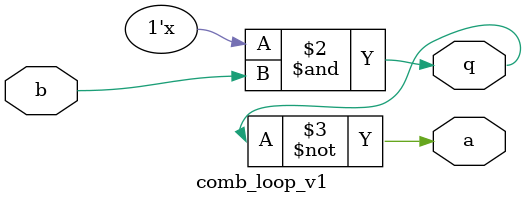
<source format=sv>
module comb_loop_v1
(
  input logic b,
  output logic a, q
);

  always_comb begin
    q = a & b;
    a = ~q;
  end
endmodule

</source>
